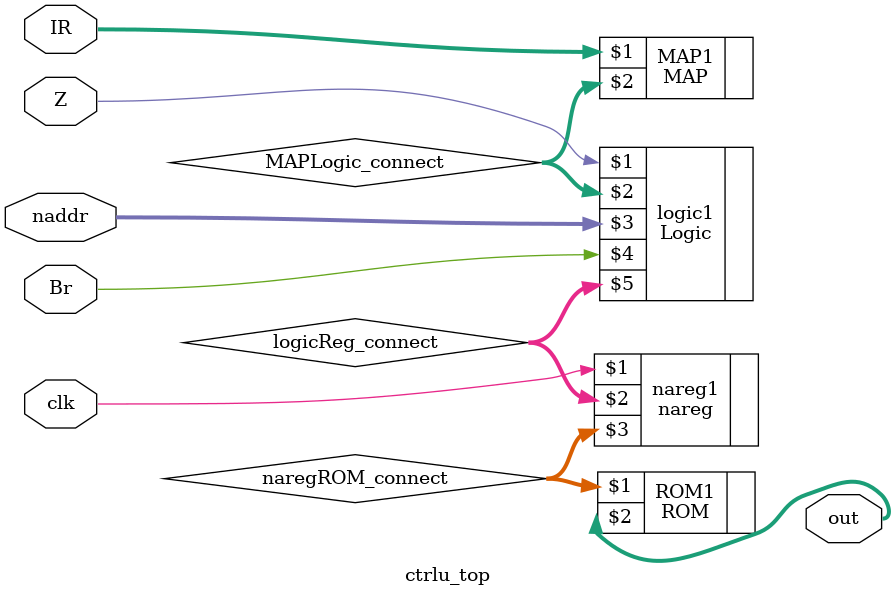
<source format=v>
module ctrlu_top(input clk, input Br, input Z, input [7:0] IR, input [4:0] naddr, 
					  output [34:0] out);
	/*
		The module for the top part of the control unit
	*/
	
	wire [4:0] MAPLogic_connect;
	wire [4:0] logicReg_connect;
	wire [4:0] naregROM_connect;
	//wire [4:0] out;
	
	MAP MAP1(IR,MAPLogic_connect);
	
	Logic logic1(Z,MAPLogic_connect,naddr,Br,logicReg_connect);
	
	nareg nareg1(clk, logicReg_connect, naregROM_connect);
	
	ROM ROM1(naregROM_connect, out);
	
endmodule

</source>
